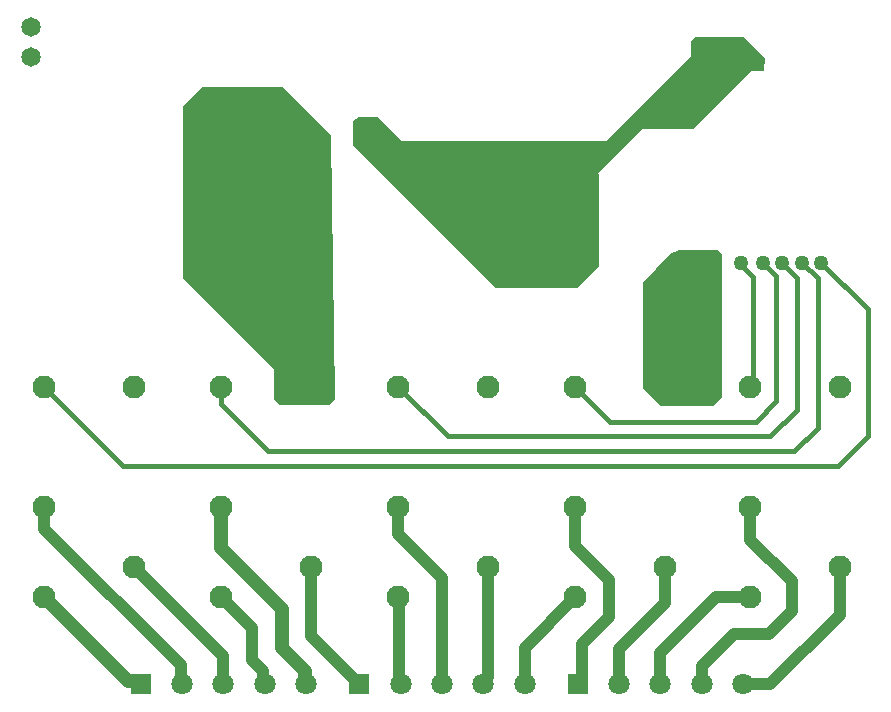
<source format=gbl>
G04*
G04 #@! TF.GenerationSoftware,Altium Limited,Altium Designer,20.0.10 (225)*
G04*
G04 Layer_Physical_Order=2*
G04 Layer_Color=16711680*
%FSLAX25Y25*%
%MOIN*%
G70*
G01*
G75*
%ADD55C,0.01500*%
%ADD59R,0.07087X0.07087*%
%ADD60C,0.07087*%
%ADD61C,0.07677*%
%ADD62C,0.06496*%
%ADD63C,0.05000*%
%ADD64C,0.02500*%
%ADD65C,0.04000*%
%ADD66C,0.04500*%
G36*
X97460Y225023D02*
X113614Y208869D01*
X114957Y120885D01*
X113220Y119114D01*
X96742Y119052D01*
X94704Y121081D01*
X94704Y130929D01*
X64389Y161243D01*
Y218724D01*
X70688Y225023D01*
X97460Y225023D01*
D02*
G37*
G36*
X241161Y241558D02*
X251397D01*
X258065Y234891D01*
X258309Y234248D01*
X258090Y230535D01*
X257696Y230141D01*
X253759D01*
X234468Y210850D01*
X217145D01*
X202578Y196283D01*
X202972Y195889D01*
Y165180D01*
X195885Y158094D01*
X168720D01*
X121082Y205732D01*
Y213606D01*
X123051Y214787D01*
X129350D01*
X137224Y206913D01*
X205334D01*
X233681Y235259D01*
Y240377D01*
X234862Y241558D01*
X241161Y241558D01*
D02*
G37*
G36*
X243917Y169117D02*
Y121480D01*
X241161Y118724D01*
X223444D01*
X217539Y124629D01*
Y159669D01*
X226546Y169369D01*
X229581Y170692D01*
X234862Y170692D01*
X242342D01*
X243917Y169117D01*
D02*
G37*
D55*
X253224Y124944D02*
X254153Y125873D01*
X250216Y165574D02*
Y166362D01*
X254153Y125873D02*
Y161637D01*
X250216Y165574D02*
X254153Y161637D01*
X270689Y166362D02*
X275807Y161243D01*
X267933Y103566D02*
X275807Y111440D01*
Y161243D01*
X260059Y108487D02*
X268917Y117346D01*
X263996Y166362D02*
X268917Y161440D01*
Y117346D02*
Y161440D01*
X255137Y113409D02*
X262027Y120299D01*
X257696Y166362D02*
X262027Y162031D01*
Y120299D02*
Y162031D01*
X206633Y113409D02*
X255137D01*
X92736Y103566D02*
X267933D01*
X152499Y108487D02*
X260059D01*
X195098Y124944D02*
X206633Y113409D01*
X76988Y119314D02*
Y124944D01*
Y119314D02*
X92736Y103566D01*
X136043Y124944D02*
X152499Y108487D01*
X17968Y124944D02*
X44267Y98645D01*
X282696D01*
X292539Y108487D01*
X276988Y166362D02*
X292539Y150810D01*
Y108487D02*
Y150810D01*
D59*
X195885Y25810D02*
D03*
X123051D02*
D03*
X50216D02*
D03*
D60*
X209665D02*
D03*
X223444D02*
D03*
X237224D02*
D03*
X251003D02*
D03*
X136830D02*
D03*
X150610D02*
D03*
X164389D02*
D03*
X178169D02*
D03*
X63996D02*
D03*
X77775D02*
D03*
X91555D02*
D03*
X105334D02*
D03*
D61*
X283224Y124944D02*
D03*
Y64944D02*
D03*
X253224Y54944D02*
D03*
Y84944D02*
D03*
Y124944D02*
D03*
X225098D02*
D03*
Y64944D02*
D03*
X195098Y54944D02*
D03*
Y84944D02*
D03*
Y124944D02*
D03*
X166043D02*
D03*
Y64944D02*
D03*
X136043Y54944D02*
D03*
Y84944D02*
D03*
Y124944D02*
D03*
X106988D02*
D03*
Y64944D02*
D03*
X76988Y54944D02*
D03*
Y84944D02*
D03*
Y124944D02*
D03*
X47968D02*
D03*
Y64944D02*
D03*
X17968Y54944D02*
D03*
Y84944D02*
D03*
Y124944D02*
D03*
D62*
X13602Y244984D02*
D03*
Y234984D02*
D03*
D63*
X250216Y166362D02*
D03*
X257696D02*
D03*
X276988D02*
D03*
X270689D02*
D03*
X263996D02*
D03*
X237618D02*
D03*
X97204Y220436D02*
D03*
X101535Y212169D02*
D03*
X86181D02*
D03*
X70826D02*
D03*
X125492Y210259D02*
D03*
X143917Y188409D02*
D03*
X232500Y215574D02*
D03*
X238011Y237621D02*
D03*
X255334Y233291D02*
D03*
D64*
X194704Y177385D02*
D03*
X180925Y164787D02*
D03*
X189980D02*
D03*
Y197858D02*
D03*
X180925D02*
D03*
X176594Y189196D02*
D03*
Y181322D02*
D03*
X194704Y185259D02*
D03*
X176594Y177385D02*
D03*
Y185259D02*
D03*
X194704Y181322D02*
D03*
Y189196D02*
D03*
D65*
X260059Y25810D02*
X283224Y48976D01*
X251003Y25810D02*
X260059D01*
X283224Y48976D02*
Y64944D01*
X17968Y77743D02*
Y84944D01*
X63523Y26283D02*
Y32188D01*
X17968Y77743D02*
X63523Y32188D01*
Y26283D02*
X63996Y25810D01*
X87275Y34009D02*
X90964Y30320D01*
X87275Y34009D02*
Y44657D01*
X76988Y54944D02*
X87275Y44657D01*
X47968Y64944D02*
X77775Y35137D01*
Y25810D02*
Y35137D01*
X90964Y26401D02*
Y30320D01*
Y26401D02*
X91555Y25810D01*
X106988Y41873D02*
Y64944D01*
Y41873D02*
X123051Y25810D01*
X136043Y54944D02*
X136436Y54550D01*
Y26204D02*
Y54550D01*
Y26204D02*
X136830Y25810D01*
X150610D02*
Y61382D01*
X136043Y75949D02*
Y84944D01*
Y75949D02*
X150610Y61382D01*
X166043Y28299D02*
Y64944D01*
X164389Y26646D02*
X166043Y28299D01*
X164389Y25810D02*
Y26646D01*
X178169Y38015D02*
X195098Y54944D01*
X178169Y25810D02*
Y38015D01*
X195098Y71873D02*
X206436Y60535D01*
X197429Y27354D02*
Y39440D01*
X206436Y48448D01*
Y60535D01*
X225098Y53014D02*
Y64944D01*
X195885Y25810D02*
X197429Y27354D01*
X209665Y25810D02*
Y37581D01*
X225098Y53014D01*
X223444Y36440D02*
X241948Y54944D01*
X223444Y25810D02*
Y36440D01*
X241948Y54944D02*
X253224D01*
X195098Y71873D02*
Y84944D01*
X237224Y31966D02*
X247800Y42543D01*
X259468D01*
X237224Y25810D02*
Y31966D01*
X259468Y42543D02*
X267145Y50220D01*
Y60124D01*
X253224Y74045D02*
Y84944D01*
Y74045D02*
X267145Y60124D01*
D66*
X17968Y54944D02*
X45809Y27104D01*
X48923D01*
X50216Y25810D01*
X97238Y37835D02*
Y51083D01*
X104839Y26305D02*
Y30233D01*
Y26305D02*
X105334Y25810D01*
X76988Y71333D02*
Y84944D01*
Y71333D02*
X97238Y51083D01*
Y37835D02*
X104839Y30233D01*
M02*

</source>
